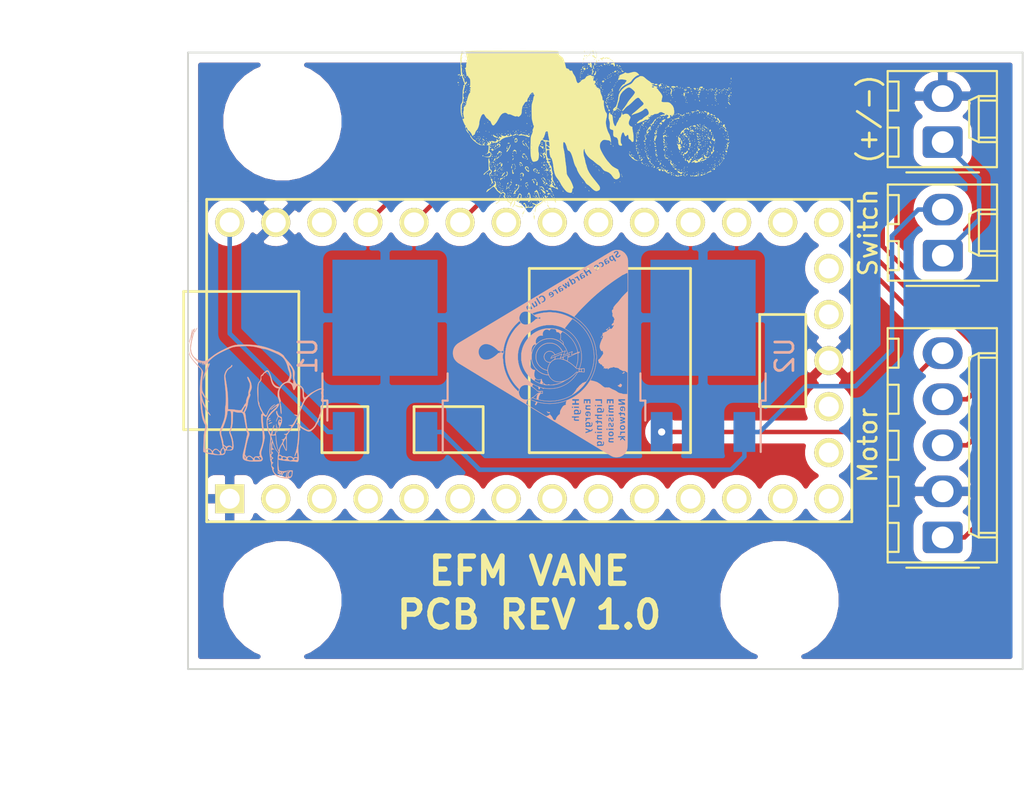
<source format=kicad_pcb>
(kicad_pcb (version 20171130) (host pcbnew 5.1.2)
  (layers (0 F.Cu signal) (31 B.Cu signal) (34 B.Paste user) (35 F.Paste user) (36 B.SilkS user hide) (37 F.SilkS user hide) (38 B.Mask user) (39 F.Mask user) (44 Edge.Cuts user))
  (net 0 "")
  (net 1 /BATT)
  (net 2 GND)
  (net 3 /1)
  (net 4 /2)
  (net 5 /3)
  (net 6 /12V)
  (net 7 /5V)
  (net 8 "Net-(U3-Pad18)")
  (net 9 "Net-(U3-Pad19)")
  (net 10 "Net-(U3-Pad20)")
  (net 11 "Net-(U3-Pad16)")
  (net 12 "Net-(U3-Pad15)")
  (net 13 "Net-(U3-Pad14)")
  (net 14 "Net-(U3-Pad21)")
  (net 15 "Net-(U3-Pad22)")
  (net 16 "Net-(U3-Pad23)")
  (net 17 "Net-(U3-Pad24)")
  (net 18 "Net-(U3-Pad25)")
  (net 19 "Net-(U3-Pad26)")
  (net 20 "Net-(U3-Pad27)")
  (net 21 "Net-(U3-Pad31)")
  (net 22 "Net-(U3-Pad13)")
  (net 23 "Net-(U3-Pad12)")
  (net 24 "Net-(U3-Pad11)")
  (net 25 "Net-(U3-Pad10)")
  (net 26 "Net-(U3-Pad9)")
  (net 27 "Net-(U3-Pad8)")
  (net 28 "Net-(U3-Pad7)")
  (net 29 "Net-(U3-Pad6)")
  (net 30 "Net-(U3-Pad5)")
  (net 31 "Net-(U3-Pad4)")
  (net 32 "Net-(U3-Pad3)")
  (net 33 "Net-(U3-Pad2)")
  (net 34 /SWITCH)
  (module rdplibs:mutilator (layer F.Cu) (at 170.8 45.6 180)
    (fp_text reference G*** hide)
    (fp_text value LOGO hide)
  )
  (module MountingHole:MountingHole_5.5mm (layer F.Cu) (at 181 71.2)
    (fp_text reference REF** hide)
    (fp_text value MountingHole_5.5mm)
    (pad 1 np_thru_hole circle (at 0 0) (size 5.5 5.5) (drill 5.5) (layers *.Cu *.Mask))
  )
  (module MountingHole:MountingHole_5.5mm (layer F.Cu) (at 153.6 71.2)
    (fp_text reference REF** hide)
    (fp_text value MountingHole_5.5mm)
    (pad 1 np_thru_hole circle (at 0 0) (size 5.5 5.5) (drill 5.5) (layers *.Cu *.Mask))
  )
  (module MountingHole:MountingHole_5.5mm (layer F.Cu) (at 153.6 44.8)
    (fp_text reference REF** hide)
    (fp_text value MountingHole_5.5mm)
    (pad 1 np_thru_hole circle (at 0 0) (size 5.5 5.5) (drill 5.5) (layers *.Cu *.Mask))
  )
  (module rdplibs:Glow2 (layer B.Cu) (at 152.4 60 180)
    (fp_text reference G*** hide)
    (fp_text value LOGO hide)
  )
  (module rdplibs:HELENlogo (layer B.Cu) (at 167.6 57.6 270)
    (fp_text reference G*** hide)
    (fp_text value LOGO hide)
  )
  (module teensy:Teensy30_31_32_LC (layer F.Cu) (at 167.207001 57.987001)
    (fp_text reference U3 hide)
    (fp_text value Teensy3.2)
    (pad 17 thru_hole circle (at 16.51 0) (size 1.6 1.6) (drill 1.1) (layers *.Cu *.Mask F.SilkS) (net 2 GND))
    (pad 18 thru_hole circle (at 16.51 -2.54) (size 1.6 1.6) (drill 1.1) (layers *.Cu *.Mask F.SilkS) (net 8 "Net-(U3-Pad18)"))
    (pad 19 thru_hole circle (at 16.51 -5.08) (size 1.6 1.6) (drill 1.1) (layers *.Cu *.Mask F.SilkS) (net 9 "Net-(U3-Pad19)"))
    (pad 20 thru_hole circle (at 16.51 -7.62) (size 1.6 1.6) (drill 1.1) (layers *.Cu *.Mask F.SilkS) (net 10 "Net-(U3-Pad20)"))
    (pad 16 thru_hole circle (at 16.51 2.54) (size 1.6 1.6) (drill 1.1) (layers *.Cu *.Mask F.SilkS) (net 11 "Net-(U3-Pad16)"))
    (pad 15 thru_hole circle (at 16.51 5.08) (size 1.6 1.6) (drill 1.1) (layers *.Cu *.Mask F.SilkS) (net 12 "Net-(U3-Pad15)"))
    (pad 14 thru_hole circle (at 16.51 7.62) (size 1.6 1.6) (drill 1.1) (layers *.Cu *.Mask F.SilkS) (net 13 "Net-(U3-Pad14)"))
    (pad 21 thru_hole circle (at 13.97 -7.62) (size 1.6 1.6) (drill 1.1) (layers *.Cu *.Mask F.SilkS) (net 14 "Net-(U3-Pad21)"))
    (pad 22 thru_hole circle (at 11.43 -7.62) (size 1.6 1.6) (drill 1.1) (layers *.Cu *.Mask F.SilkS) (net 15 "Net-(U3-Pad22)"))
    (pad 23 thru_hole circle (at 8.89 -7.62) (size 1.6 1.6) (drill 1.1) (layers *.Cu *.Mask F.SilkS) (net 16 "Net-(U3-Pad23)"))
    (pad 24 thru_hole circle (at 6.35 -7.62) (size 1.6 1.6) (drill 1.1) (layers *.Cu *.Mask F.SilkS) (net 17 "Net-(U3-Pad24)"))
    (pad 25 thru_hole circle (at 3.81 -7.62) (size 1.6 1.6) (drill 1.1) (layers *.Cu *.Mask F.SilkS) (net 18 "Net-(U3-Pad25)"))
    (pad 26 thru_hole circle (at 1.27 -7.62) (size 1.6 1.6) (drill 1.1) (layers *.Cu *.Mask F.SilkS) (net 19 "Net-(U3-Pad26)"))
    (pad 27 thru_hole circle (at -1.27 -7.62) (size 1.6 1.6) (drill 1.1) (layers *.Cu *.Mask F.SilkS) (net 20 "Net-(U3-Pad27)"))
    (pad 28 thru_hole circle (at -3.81 -7.62) (size 1.6 1.6) (drill 1.1) (layers *.Cu *.Mask F.SilkS) (net 5 /3))
    (pad 29 thru_hole circle (at -6.35 -7.62) (size 1.6 1.6) (drill 1.1) (layers *.Cu *.Mask F.SilkS) (net 4 /2))
    (pad 30 thru_hole circle (at -8.89 -7.62) (size 1.6 1.6) (drill 1.1) (layers *.Cu *.Mask F.SilkS) (net 3 /1))
    (pad 31 thru_hole circle (at -11.43 -7.62) (size 1.6 1.6) (drill 1.1) (layers *.Cu *.Mask F.SilkS) (net 21 "Net-(U3-Pad31)"))
    (pad 32 thru_hole circle (at -13.97 -7.62) (size 1.6 1.6) (drill 1.1) (layers *.Cu *.Mask F.SilkS) (net 2 GND))
    (pad 33 thru_hole circle (at -16.51 -7.62) (size 1.6 1.6) (drill 1.1) (layers *.Cu *.Mask F.SilkS) (net 7 /5V))
    (pad 13 thru_hole circle (at 13.97 7.62) (size 1.6 1.6) (drill 1.1) (layers *.Cu *.Mask F.SilkS) (net 22 "Net-(U3-Pad13)"))
    (pad 12 thru_hole circle (at 11.43 7.62) (size 1.6 1.6) (drill 1.1) (layers *.Cu *.Mask F.SilkS) (net 23 "Net-(U3-Pad12)"))
    (pad 11 thru_hole circle (at 8.89 7.62) (size 1.6 1.6) (drill 1.1) (layers *.Cu *.Mask F.SilkS) (net 24 "Net-(U3-Pad11)"))
    (pad 10 thru_hole circle (at 6.35 7.62) (size 1.6 1.6) (drill 1.1) (layers *.Cu *.Mask F.SilkS) (net 25 "Net-(U3-Pad10)"))
    (pad 9 thru_hole circle (at 3.81 7.62) (size 1.6 1.6) (drill 1.1) (layers *.Cu *.Mask F.SilkS) (net 26 "Net-(U3-Pad9)"))
    (pad 8 thru_hole circle (at 1.27 7.62) (size 1.6 1.6) (drill 1.1) (layers *.Cu *.Mask F.SilkS) (net 27 "Net-(U3-Pad8)"))
    (pad 7 thru_hole circle (at -1.27 7.62) (size 1.6 1.6) (drill 1.1) (layers *.Cu *.Mask F.SilkS) (net 28 "Net-(U3-Pad7)"))
    (pad 6 thru_hole circle (at -3.81 7.62) (size 1.6 1.6) (drill 1.1) (layers *.Cu *.Mask F.SilkS) (net 29 "Net-(U3-Pad6)"))
    (pad 5 thru_hole circle (at -6.35 7.62) (size 1.6 1.6) (drill 1.1) (layers *.Cu *.Mask F.SilkS) (net 30 "Net-(U3-Pad5)"))
    (pad 4 thru_hole circle (at -8.89 7.62) (size 1.6 1.6) (drill 1.1) (layers *.Cu *.Mask F.SilkS) (net 31 "Net-(U3-Pad4)"))
    (pad 3 thru_hole circle (at -11.43 7.62) (size 1.6 1.6) (drill 1.1) (layers *.Cu *.Mask F.SilkS) (net 32 "Net-(U3-Pad3)"))
    (pad 2 thru_hole circle (at -13.97 7.62) (size 1.6 1.6) (drill 1.1) (layers *.Cu *.Mask F.SilkS) (net 33 "Net-(U3-Pad2)"))
    (pad 1 thru_hole rect (at -16.51 7.62) (size 1.6 1.6) (drill 1.1) (layers *.Cu *.Mask F.SilkS) (net 2 GND))
  )
  (module Connector_Molex:Molex_KK-254_AE-6410-02A_1x02_P2.54mm_Vertical (layer F.Cu) (at 189.992 45.94 90)
    (fp_text reference "(+/-)" (at 1.27 -4.12 90) (layer F.SilkS))
    (fp_text value Conn_01x02)
    (pad 1 thru_hole roundrect (at 0 0 90) (size 1.74 2.2) (drill 1.2) (layers *.Cu *.Mask) (roundrect_rratio 0.143678) (net 34 /SWITCH))
    (pad 2 thru_hole oval (at 2.54 0 90) (size 1.74 2.2) (drill 1.2) (layers *.Cu *.Mask) (net 2 GND))
  )
  (module Connector_Molex:Molex_KK-254_AE-6410-05A_1x05_P2.54mm_Vertical (layer F.Cu) (at 189.992 67.74 90)
    (fp_text reference Motor (at 5.08 -4.12 90) (layer F.SilkS))
    (fp_text value Conn_01x05)
    (pad 1 thru_hole roundrect (at 0 0 90) (size 1.74 2.2) (drill 1.2) (layers *.Cu *.Mask) (roundrect_rratio 0.143678) (net 3 /1))
    (pad 2 thru_hole oval (at 2.54 0 90) (size 1.74 2.2) (drill 1.2) (layers *.Cu *.Mask) (net 2 GND))
    (pad 3 thru_hole oval (at 5.08 0 90) (size 1.74 2.2) (drill 1.2) (layers *.Cu *.Mask) (net 4 /2))
    (pad 4 thru_hole oval (at 7.62 0 90) (size 1.74 2.2) (drill 1.2) (layers *.Cu *.Mask) (net 5 /3))
    (pad 5 thru_hole oval (at 10.16 0 90) (size 1.74 2.2) (drill 1.2) (layers *.Cu *.Mask) (net 6 /12V))
  )
  (module Package_TO_SOT_SMD:TO-252-2 (layer B.Cu) (at 159.258 57.726 90)
    (fp_text reference U1 (at 0 -4.258 270) (layer B.SilkS) (effects (justify mirror)))
    (fp_text value MC78M05)
    (pad 1 smd rect (at -4.2 2.28 90) (size 2.2 1.2) (layers B.Cu B.Paste B.Mask) (net 1 /BATT))
    (pad 3 smd rect (at -4.2 -2.28 90) (size 2.2 1.2) (layers B.Cu B.Paste B.Mask) (net 7 /5V))
    (pad 2 smd rect (at 2.1 0 90) (size 6.4 5.8) (layers B.Cu B.Mask) (net 2 GND))
  )
  (module Package_TO_SOT_SMD:TO-252-2 (layer B.Cu) (at 176.784 57.726 90)
    (fp_text reference U2 (at 0 4.5 -90) (layer B.SilkS) (effects (justify mirror)))
    (fp_text value MC78M12)
    (pad 2 smd rect (at 2.1 0 90) (size 6.4 5.8) (layers B.Cu B.Mask) (net 2 GND))
    (pad 3 smd rect (at -4.2 -2.28 90) (size 2.2 1.2) (layers B.Cu B.Paste B.Mask) (net 6 /12V))
    (pad 1 smd rect (at -4.2 2.28 90) (size 2.2 1.2) (layers B.Cu B.Paste B.Mask) (net 1 /BATT))
  )
  (module Connector_Molex:Molex_KK-254_AE-6410-02A_1x02_P2.54mm_Vertical (layer F.Cu) (at 190 52.2 90)
    (fp_text reference Switch (at 1.27 -4.12 90) (layer F.SilkS))
    (fp_text value Conn_01x02_Male)
    (pad 1 thru_hole roundrect (at 0 0 90) (size 1.74 2.2) (drill 1.2) (layers *.Cu *.Mask) (roundrect_rratio 0.143678) (net 34 /SWITCH))
    (pad 2 thru_hole oval (at 2.54 0 90) (size 1.74 2.2) (drill 1.2) (layers *.Cu *.Mask) (net 1 /BATT))
  )
  (gr_text "EFM VANE\nPCB REV 1.0" (at 167.2 70.8) (layer F.SilkS) (effects (font (size 1.5 1.5) (thickness 0.3))))
  (gr_line (start 148.4 75) (end 148.4 49.2) (layer Edge.Cuts) (width 0.1))
  (gr_line (start 194.4 75) (end 148.4 75) (layer Edge.Cuts) (width 0.1))
  (gr_line (start 194.4 41) (end 194.4 75) (layer Edge.Cuts) (width 0.1))
  (gr_line (start 148.4 41) (end 194.4 41) (layer Edge.Cuts) (width 0.1))
  (gr_line (start 148.4 49.2) (end 148.4 41) (layer Edge.Cuts) (width 0.1))
  (segment (start 179.064 63.276) (end 178.332 64.008) (width 0.25) (layer B.Cu) (net 1))
  (segment (start 179.064 61.926) (end 179.064 63.276) (width 0.25) (layer B.Cu) (net 1))
  (segment (start 162.388 61.926) (end 161.538 61.926) (width 0.25) (layer B.Cu) (net 1))
  (segment (start 164.47 64.008) (end 162.388 61.926) (width 0.25) (layer B.Cu) (net 1))
  (segment (start 178.332 64.008) (end 164.47 64.008) (width 0.25) (layer B.Cu) (net 1))
  (segment (start 189.77 49.46) (end 190 49.46) (width 0.25) (layer B.Cu) (net 1))
  (segment (start 179.914 61.926) (end 179.064 61.926) (width 0.25) (layer B.Cu) (net 1))
  (segment (start 190 49.66) (end 188.65 49.66) (width 0.25) (layer B.Cu) (net 1))
  (segment (start 187.2 51.11) (end 187.2 57.4) (width 0.25) (layer B.Cu) (net 1))
  (segment (start 187.2 57.4) (end 185.2 59.4) (width 0.25) (layer B.Cu) (net 1))
  (segment (start 188.65 49.66) (end 187.2 51.11) (width 0.25) (layer B.Cu) (net 1))
  (segment (start 185.2 59.4) (end 182.44 59.4) (width 0.25) (layer B.Cu) (net 1))
  (segment (start 182.44 59.4) (end 179.914 61.926) (width 0.25) (layer B.Cu) (net 1))
  (segment (start 191.192 67.74) (end 189.992 67.74) (width 0.25) (layer F.Cu) (net 3))
  (segment (start 193.4 65.532) (end 191.192 67.74) (width 0.25) (layer F.Cu) (net 3))
  (segment (start 193.4 56.8) (end 193.4 65.532) (width 0.25) (layer F.Cu) (net 3))
  (segment (start 191.2 54.6) (end 193.4 56.8) (width 0.25) (layer F.Cu) (net 3))
  (segment (start 161.440002 47.244) (end 185.42 47.244) (width 0.25) (layer F.Cu) (net 3))
  (segment (start 186.69 51.69) (end 189.6 54.6) (width 0.25) (layer F.Cu) (net 3))
  (segment (start 158.317001 50.367001) (end 161.440002 47.244) (width 0.25) (layer F.Cu) (net 3))
  (segment (start 186.69 48.514) (end 186.69 51.69) (width 0.25) (layer F.Cu) (net 3))
  (segment (start 189.6 54.6) (end 191.2 54.6) (width 0.25) (layer F.Cu) (net 3))
  (segment (start 185.42 47.244) (end 186.69 48.514) (width 0.25) (layer F.Cu) (net 3))
  (segment (start 184.912 48.006) (end 163.218002 48.006) (width 0.25) (layer F.Cu) (net 4))
  (segment (start 163.218002 48.006) (end 160.857001 50.367001) (width 0.25) (layer F.Cu) (net 4))
  (segment (start 185.928 51.928) (end 185.928 49.022) (width 0.25) (layer F.Cu) (net 4))
  (segment (start 191.342 62.66) (end 192.6 61.402) (width 0.25) (layer F.Cu) (net 4))
  (segment (start 192.6 61.402) (end 192.6 57) (width 0.25) (layer F.Cu) (net 4))
  (segment (start 189.992 62.66) (end 191.342 62.66) (width 0.25) (layer F.Cu) (net 4))
  (segment (start 190.8 55.2) (end 189.2 55.2) (width 0.25) (layer F.Cu) (net 4))
  (segment (start 185.928 49.022) (end 184.912 48.006) (width 0.25) (layer F.Cu) (net 4))
  (segment (start 192.6 57) (end 190.8 55.2) (width 0.25) (layer F.Cu) (net 4))
  (segment (start 189.2 55.2) (end 185.928 51.928) (width 0.25) (layer F.Cu) (net 4))
  (segment (start 191.342 60.12) (end 189.992 60.12) (width 0.25) (layer F.Cu) (net 5))
  (segment (start 191.8 57.2) (end 191.8 59.662) (width 0.25) (layer F.Cu) (net 5))
  (segment (start 190.4 55.8) (end 191.8 57.2) (width 0.25) (layer F.Cu) (net 5))
  (segment (start 164.996002 48.768) (end 184.404 48.768) (width 0.25) (layer F.Cu) (net 5))
  (segment (start 163.397001 50.367001) (end 164.996002 48.768) (width 0.25) (layer F.Cu) (net 5))
  (segment (start 191.8 59.662) (end 191.342 60.12) (width 0.25) (layer F.Cu) (net 5))
  (segment (start 184.404 48.768) (end 185.166 49.53) (width 0.25) (layer F.Cu) (net 5))
  (segment (start 185.166 52.166) (end 188.8 55.8) (width 0.25) (layer F.Cu) (net 5))
  (segment (start 185.166 49.53) (end 185.166 52.166) (width 0.25) (layer F.Cu) (net 5))
  (segment (start 188.8 55.8) (end 190.4 55.8) (width 0.25) (layer F.Cu) (net 5))
  (via (at 174.504 61.926) (size 0.8) (drill 0.4) (layers F.Cu B.Cu) (net 6))
  (segment (start 189.992 56.896) (end 189.762 56.896) (width 0.25) (layer F.Cu) (net 6))
  (segment (start 189.762 57.58) (end 189.992 57.58) (width 0.25) (layer F.Cu) (net 6))
  (segment (start 185.416 61.926) (end 189.762 57.58) (width 0.25) (layer F.Cu) (net 6))
  (segment (start 174.504 61.926) (end 185.416 61.926) (width 0.25) (layer F.Cu) (net 6))
  (segment (start 150.697001 51.498371) (end 150.697001 50.367001) (width 0.25) (layer B.Cu) (net 7))
  (segment (start 150.697001 56.495001) (end 150.697001 51.498371) (width 0.25) (layer B.Cu) (net 7))
  (segment (start 156.128 61.926) (end 150.697001 56.495001) (width 0.25) (layer B.Cu) (net 7))
  (segment (start 156.978 61.926) (end 156.128 61.926) (width 0.25) (layer B.Cu) (net 7))
  (segment (start 190 52.2) (end 192 50.2) (width 0.25) (layer B.Cu) (net 34))
  (segment (start 192 47.948) (end 189.992 45.94) (width 0.25) (layer B.Cu) (net 34))
  (segment (start 192 50.2) (end 192 47.948) (width 0.25) (layer B.Cu) (net 34))
  (zone (net 2) (net_name GND) (layer F.Cu) (connect_pads (clearance 0.508)) (min_thickness 0.254) (fill yes (arc_segments 32) (thermal_gap 0.508) (thermal_bridge_width 0.508))
    (polygon (pts (xy 148.4 41) (xy 194.4 41) (xy 194.4 75) (xy 148.4 75)))
  )
  (zone (net 2) (net_name GND) (layer B.Cu) (connect_pads (clearance 0.508)) (min_thickness 0.254) (fill yes (arc_segments 32) (thermal_gap 0.508) (thermal_bridge_width 0.508))
    (polygon (pts (xy 148.4 41) (xy 194.4 41) (xy 194.4 75) (xy 148.4 75)))
  )
)
</source>
